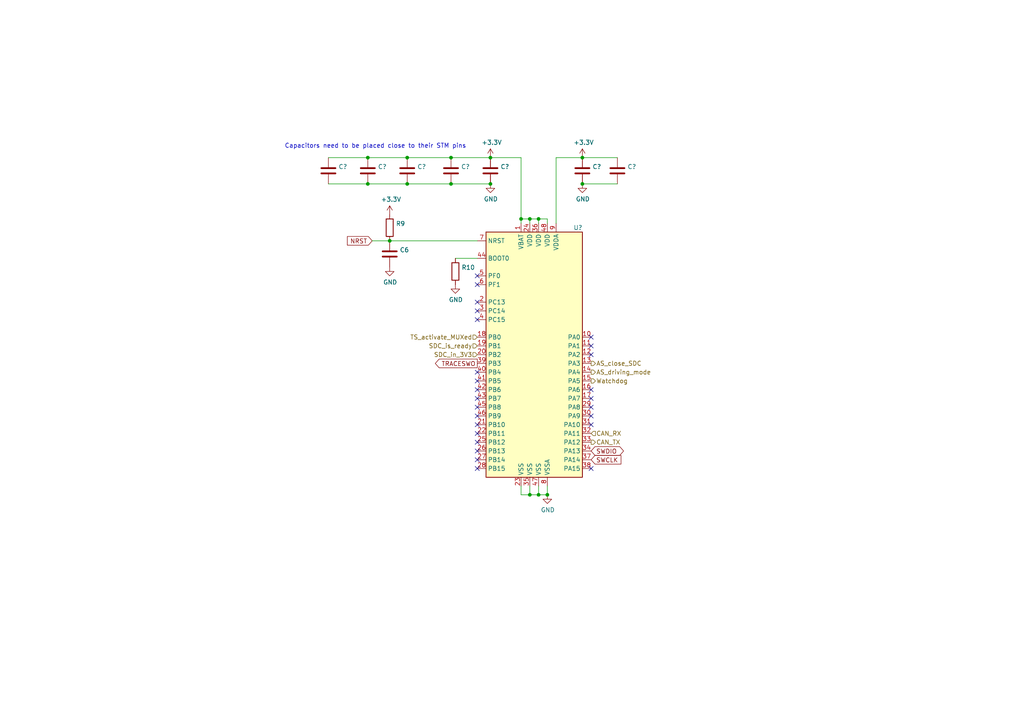
<source format=kicad_sch>
(kicad_sch (version 20211123) (generator eeschema)
  (paper "A4")
  (title_block (title "SDCL - CU") (date "2021-12-16") (rev "v1.0") (company "FaSTTUBe - Formula Student Team TU Berlin") (comment 1 "Car 113") (comment 2 "EBS Electronics") (comment 3 "CU for CAN Bus connection to supervisor"))
  (lib_symbols
    (symbol "Device:C" (pin_numbers hide) (pin_names (offset 0.254))
      (property "Reference" "C" (at 0.635 2.54 0))
      (property "Value" "C" (at 0.635 -2.54 0))
      (symbol "C_0_1"
        (polyline (pts (xy -2.032 -0.762) (xy 2.032 -0.762)) (stroke (width 0.508)))
        (polyline (pts (xy -2.032 0.762) (xy 2.032 0.762)) (stroke (width 0.508)))
      )
      (symbol "C_1_1"
        (pin passive line (at 0 3.81 270) (length 2.794) (name "~") (number "1"))
        (pin passive line (at 0 -3.81 90) (length 2.794) (name "~") (number "2"))
      )
    )
    (symbol "Device:R" (pin_numbers hide) (pin_names (offset 0))
      (property "Reference" "R" (at 2.032 0 90))
      (property "Value" "R" (at 0 0 90))
      (symbol "R_0_1"
        (rectangle (start -1.016 -2.54) (end 1.016 2.54) (stroke (width 0.254)))
      )
      (symbol "R_1_1"
        (pin passive line (at 0 3.81 270) (length 1.27) (name "~") (number "1"))
        (pin passive line (at 0 -3.81 90) (length 1.27) (name "~") (number "2"))
      )
    )
    (symbol "MCU_ST_STM32F3:STM32F302C8Tx"
      (property "Reference" "U" (at -15.24 36.83 0))
      (property "Value" "STM32F302C8Tx" (at 7.62 36.83 0))
      (symbol "STM32F302C8Tx_0_1"
        (rectangle (start -15.24 -35.56) (end 12.7 35.56) (stroke (width 0.254)) (fill (type background)))
      )
      (symbol "STM32F302C8Tx_1_1"
        (pin power_in line (at -5.08 38.1 270) (length 2.54) (name "VBAT") (number "1"))
        (pin bidirectional line (at 15.24 5.08 180) (length 2.54) (name "PA0") (number "10"))
        (pin bidirectional line (at 15.24 2.54 180) (length 2.54) (name "PA1") (number "11"))
        (pin bidirectional line (at 15.24 0 180) (length 2.54) (name "PA2") (number "12"))
        (pin bidirectional line (at 15.24 -2.54 180) (length 2.54) (name "PA3") (number "13"))
        (pin bidirectional line (at 15.24 -5.08 180) (length 2.54) (name "PA4") (number "14"))
        (pin bidirectional line (at 15.24 -7.62 180) (length 2.54) (name "PA5") (number "15"))
        (pin bidirectional line (at 15.24 -10.16 180) (length 2.54) (name "PA6") (number "16"))
        (pin bidirectional line (at 15.24 -12.7 180) (length 2.54) (name "PA7") (number "17"))
        (pin bidirectional line (at -17.78 5.08 0) (length 2.54) (name "PB0") (number "18"))
        (pin bidirectional line (at -17.78 2.54 0) (length 2.54) (name "PB1") (number "19"))
        (pin bidirectional line (at -17.78 15.24 0) (length 2.54) (name "PC13") (number "2"))
        (pin bidirectional line (at -17.78 0 0) (length 2.54) (name "PB2") (number "20"))
        (pin bidirectional line (at -17.78 -20.32 0) (length 2.54) (name "PB10") (number "21"))
        (pin bidirectional line (at -17.78 -22.86 0) (length 2.54) (name "PB11") (number "22"))
        (pin power_in line (at -5.08 -38.1 90) (length 2.54) (name "VSS") (number "23"))
        (pin power_in line (at -2.54 38.1 270) (length 2.54) (name "VDD") (number "24"))
        (pin bidirectional line (at -17.78 -25.4 0) (length 2.54) (name "PB12") (number "25"))
        (pin bidirectional line (at -17.78 -27.94 0) (length 2.54) (name "PB13") (number "26"))
        (pin bidirectional line (at -17.78 -30.48 0) (length 2.54) (name "PB14") (number "27"))
        (pin bidirectional line (at -17.78 -33.02 0) (length 2.54) (name "PB15") (number "28"))
        (pin bidirectional line (at 15.24 -15.24 180) (length 2.54) (name "PA8") (number "29"))
        (pin bidirectional line (at -17.78 12.7 0) (length 2.54) (name "PC14") (number "3"))
        (pin bidirectional line (at 15.24 -17.78 180) (length 2.54) (name "PA9") (number "30"))
        (pin bidirectional line (at 15.24 -20.32 180) (length 2.54) (name "PA10") (number "31"))
        (pin bidirectional line (at 15.24 -22.86 180) (length 2.54) (name "PA11") (number "32"))
        (pin bidirectional line (at 15.24 -25.4 180) (length 2.54) (name "PA12") (number "33"))
        (pin bidirectional line (at 15.24 -27.94 180) (length 2.54) (name "PA13") (number "34"))
        (pin power_in line (at -2.54 -38.1 90) (length 2.54) (name "VSS") (number "35"))
        (pin power_in line (at 0 38.1 270) (length 2.54) (name "VDD") (number "36"))
        (pin bidirectional line (at 15.24 -30.48 180) (length 2.54) (name "PA14") (number "37"))
        (pin bidirectional line (at 15.24 -33.02 180) (length 2.54) (name "PA15") (number "38"))
        (pin bidirectional line (at -17.78 -2.54 0) (length 2.54) (name "PB3") (number "39"))
        (pin bidirectional line (at -17.78 10.16 0) (length 2.54) (name "PC15") (number "4"))
        (pin bidirectional line (at -17.78 -5.08 0) (length 2.54) (name "PB4") (number "40"))
        (pin bidirectional line (at -17.78 -7.62 0) (length 2.54) (name "PB5") (number "41"))
        (pin bidirectional line (at -17.78 -10.16 0) (length 2.54) (name "PB6") (number "42"))
        (pin bidirectional line (at -17.78 -12.7 0) (length 2.54) (name "PB7") (number "43"))
        (pin input line (at -17.78 27.94 0) (length 2.54) (name "BOOT0") (number "44"))
        (pin bidirectional line (at -17.78 -15.24 0) (length 2.54) (name "PB8") (number "45"))
        (pin bidirectional line (at -17.78 -17.78 0) (length 2.54) (name "PB9") (number "46"))
        (pin power_in line (at 0 -38.1 90) (length 2.54) (name "VSS") (number "47"))
        (pin power_in line (at 2.54 38.1 270) (length 2.54) (name "VDD") (number "48"))
        (pin input line (at -17.78 22.86 0) (length 2.54) (name "PF0") (number "5"))
        (pin input line (at -17.78 20.32 0) (length 2.54) (name "PF1") (number "6"))
        (pin input line (at -17.78 33.02 0) (length 2.54) (name "NRST") (number "7"))
        (pin power_in line (at 2.54 -38.1 90) (length 2.54) (name "VSSA") (number "8"))
        (pin power_in line (at 5.08 38.1 270) (length 2.54) (name "VDDA") (number "9"))
      )
    )
    (symbol "power:+3.3V" (power) (pin_names (offset 0))
      (property "Value" "+3.3V" (at 0 3.556 0))
      (symbol "+3.3V_0_1"
        (polyline (pts (xy -0.762 1.27) (xy 0 2.54)))
        (polyline (pts (xy 0 0) (xy 0 2.54)))
        (polyline (pts (xy 0 2.54) (xy 0.762 1.27)))
      )
      (symbol "+3.3V_1_1"
        (pin power_in line (at 0 0 90) (length 0) hide (name "+3.3V") (number "1"))
      )
    )
    (symbol "power:GND" (power) (pin_names (offset 0))
      (property "Value" "GND" (at 0 -3.81 0))
      (symbol "GND_0_1"
        (polyline (pts (xy 0 0) (xy 0 -1.27) (xy 1.27 -1.27) (xy 0 -2.54) (xy -1.27 -1.27) (xy 0 -1.27)))
      )
      (symbol "GND_1_1"
        (pin power_in line (at 0 0 270) (length 0) hide (name "GND") (number "1"))
      )
    )
  )
  (junction (at 106.68 45.72))
  (junction (at 142.24 53.34))
  (junction (at 118.11 45.72))
  (junction (at 118.11 53.34))
  (junction (at 106.68 53.34))
  (junction (at 153.67 63.5))
  (junction (at 168.91 45.72))
  (junction (at 130.81 53.34))
  (junction (at 142.24 45.72))
  (junction (at 158.75 143.51))
  (junction (at 113.03 69.85))
  (junction (at 156.21 63.5))
  (junction (at 153.67 143.51))
  (junction (at 151.13 63.5))
  (junction (at 130.81 45.72))
  (junction (at 156.21 143.51))
  (junction (at 168.91 53.34))
  (no_connect (at 138.43 125.73))
  (no_connect (at 171.45 123.19))
  (no_connect (at 171.45 97.79))
  (no_connect (at 138.43 133.35))
  (no_connect (at 138.43 113.03))
  (no_connect (at 138.43 82.55))
  (no_connect (at 171.45 100.33))
  (no_connect (at 138.43 87.63))
  (no_connect (at 138.43 120.65))
  (no_connect (at 138.43 110.49))
  (no_connect (at 138.43 92.71))
  (no_connect (at 171.45 102.87))
  (no_connect (at 171.45 120.65))
  (no_connect (at 138.43 128.27))
  (no_connect (at 138.43 115.57))
  (no_connect (at 138.43 80.01))
  (no_connect (at 171.45 135.89))
  (no_connect (at 138.43 90.17))
  (no_connect (at 171.45 113.03))
  (no_connect (at 138.43 130.81))
  (no_connect (at 138.43 107.95))
  (no_connect (at 138.43 135.89))
  (no_connect (at 171.45 118.11))
  (no_connect (at 171.45 115.57))
  (no_connect (at 138.43 123.19))
  (no_connect (at 138.43 118.11))
  (wire (pts (xy 153.67 63.5) (xy 153.67 64.77)))
  (wire (pts (xy 158.75 63.5) (xy 156.21 63.5)))
  (wire (pts (xy 161.29 45.72) (xy 161.29 64.77)))
  (wire (pts (xy 153.67 140.97) (xy 153.67 143.51)))
  (wire (pts (xy 156.21 140.97) (xy 156.21 143.51)))
  (wire (pts (xy 158.75 64.77) (xy 158.75 63.5)))
  (wire (pts (xy 158.75 143.51) (xy 156.21 143.51)))
  (wire (pts (xy 130.81 53.34) (xy 142.24 53.34)))
  (wire (pts (xy 168.91 53.34) (xy 179.07 53.34)))
  (wire (pts (xy 142.24 45.72) (xy 151.13 45.72)))
  (wire (pts (xy 107.95 69.85) (xy 113.03 69.85)))
  (wire (pts (xy 156.21 63.5) (xy 153.67 63.5)))
  (wire (pts (xy 161.29 45.72) (xy 168.91 45.72)))
  (wire (pts (xy 113.03 69.85) (xy 138.43 69.85)))
  (wire (pts (xy 158.75 140.97) (xy 158.75 143.51)))
  (wire (pts (xy 168.91 45.72) (xy 179.07 45.72)))
  (wire (pts (xy 156.21 143.51) (xy 153.67 143.51)))
  (wire (pts (xy 132.08 74.93) (xy 138.43 74.93)))
  (wire (pts (xy 95.25 53.34) (xy 106.68 53.34)))
  (wire (pts (xy 151.13 140.97) (xy 151.13 143.51)))
  (wire (pts (xy 106.68 45.72) (xy 118.11 45.72)))
  (wire (pts (xy 151.13 143.51) (xy 153.67 143.51)))
  (wire (pts (xy 106.68 53.34) (xy 118.11 53.34)))
  (wire (pts (xy 106.68 45.72) (xy 95.25 45.72)))
  (wire (pts (xy 151.13 63.5) (xy 151.13 64.77)))
  (wire (pts (xy 151.13 45.72) (xy 151.13 63.5)))
  (wire (pts (xy 118.11 53.34) (xy 130.81 53.34)))
  (wire (pts (xy 156.21 64.77) (xy 156.21 63.5)))
  (wire (pts (xy 153.67 63.5) (xy 151.13 63.5)))
  (wire (pts (xy 118.11 45.72) (xy 130.81 45.72)))
  (wire (pts (xy 130.81 45.72) (xy 142.24 45.72)))
  (text "Capacitors need to be placed close to their STM pins" (at 82.55 43.18 0) (effects (font (size 1.27 1.27)) (justify left bottom)))
  (global_label "SWDIO" (shape bidirectional) (at 171.45 130.81 0) (property "Intersheet References" "${INTERSHEET_REFS}" (effects hide)))
  (global_label "NRST" (shape input) (at 107.95 69.85 180) (property "Intersheet References" "${INTERSHEET_REFS}" (effects hide)))
  (global_label "TRACESWO" (shape output) (at 138.43 105.41 180) (property "Intersheet References" "${INTERSHEET_REFS}" (effects hide)))
  (global_label "SWCLK" (shape input) (at 171.45 133.35 0) (property "Intersheet References" "${INTERSHEET_REFS}" (effects hide)))
  (hierarchical_label "SDC_is_ready" (shape input) (at 138.43 100.33 180))
  (hierarchical_label "CAN_RX" (shape input) (at 171.45 125.73 0))
  (hierarchical_label "CAN_TX" (shape output) (at 171.45 128.27 0))
  (hierarchical_label "Watchdog" (shape output) (at 171.45 110.49 0))
  (hierarchical_label "AS_close_SDC" (shape output) (at 171.45 105.41 0))
  (hierarchical_label "AS_driving_mode" (shape output) (at 171.45 107.95 0))
  (hierarchical_label "TS_activate_MUXed" (shape input) (at 138.43 97.79 180))
  (hierarchical_label "SDC_in_3V3" (shape input) (at 138.43 102.87 180))
  (symbol (lib_id "Device:C") (at 130.81 49.53 0) (unit 1)
    (property "Reference" "C?" (at 133.731 48.3616 0) (effects (justify left)))
  )
  (symbol (lib_id "Device:C") (at 142.24 49.53 0) (unit 1)
    (property "Reference" "C?" (at 145.161 48.3616 0) (effects (justify left)))
  )
  (symbol (lib_id "Device:C") (at 118.11 49.53 0) (unit 1)
    (property "Reference" "C?" (at 121.031 48.3616 0) (effects (justify left)))
  )
  (symbol (lib_id "Device:C") (at 106.68 49.53 0) (unit 1)
    (property "Reference" "C?" (at 109.601 48.3616 0) (effects (justify left)))
  )
  (symbol (lib_id "Device:C") (at 95.25 49.53 0) (unit 1)
    (property "Reference" "C?" (at 98.171 48.3616 0) (effects (justify left)))
  )
  (symbol (lib_id "power:GND") (at 142.24 53.34 0) (unit 1)
    (property "Reference" "#PWR?" (effects hide))
  )
  (symbol (lib_id "power:GND") (at 158.75 143.51 0) (unit 1)
    (property "Reference" "#PWR?" (effects hide))
  )
  (symbol (lib_id "Device:C") (at 168.91 49.53 0) (unit 1)
    (property "Reference" "C?" (at 171.831 48.3616 0) (effects (justify left)))
  )
  (symbol (lib_id "Device:C") (at 179.07 49.53 0) (unit 1)
    (property "Reference" "C?" (at 181.991 48.3616 0) (effects (justify left)))
  )
  (symbol (lib_id "power:GND") (at 168.91 53.34 0) (unit 1)
    (property "Reference" "#PWR?" (effects hide))
  )
  (symbol (lib_id "Device:R") (at 132.08 78.74 0) (unit 1)
    (property "Reference" "R10" (at 133.858 77.5716 0) (effects (justify left)))
  )
  (symbol (lib_id "MCU_ST_STM32F3:STM32F302C8Tx") (at 156.21 102.87 0) (unit 1)
    (property "Reference" "U?" (at 167.64 66.04 0))
    (property "Datasheet" "http://www.st.com/st-web-ui/static/active/en/resource/technical/document/datasheet/DM00093333.pdf" (effects hide))
  )
  (symbol (lib_id "power:GND") (at 132.08 82.55 0) (unit 1)
    (property "Reference" "#PWR0136" (effects hide))
  )
  (symbol (lib_id "Device:R") (at 113.03 66.04 0) (unit 1)
    (property "Reference" "R9" (at 114.808 64.8716 0) (effects (justify left)))
  )
  (symbol (lib_id "Device:C") (at 113.03 73.66 0) (unit 1)
    (property "Reference" "C6" (at 115.951 72.4916 0) (effects (justify left)))
  )
  (symbol (lib_id "power:GND") (at 113.03 77.47 0) (unit 1)
    (property "Reference" "#PWR0135" (effects hide))
  )
  (symbol (lib_id "power:+3.3V") (at 142.24 45.72 0) (unit 1)
    (property "Reference" "#PWR0137" (effects hide))
  )
  (symbol (lib_id "power:+3.3V") (at 168.91 45.72 0) (unit 1)
    (property "Reference" "#PWR0138" (effects hide))
  )
  (symbol (lib_id "power:+3.3V") (at 113.03 62.23 0) (unit 1)
    (property "Reference" "#PWR0139" (effects hide))
  )
)
</source>
